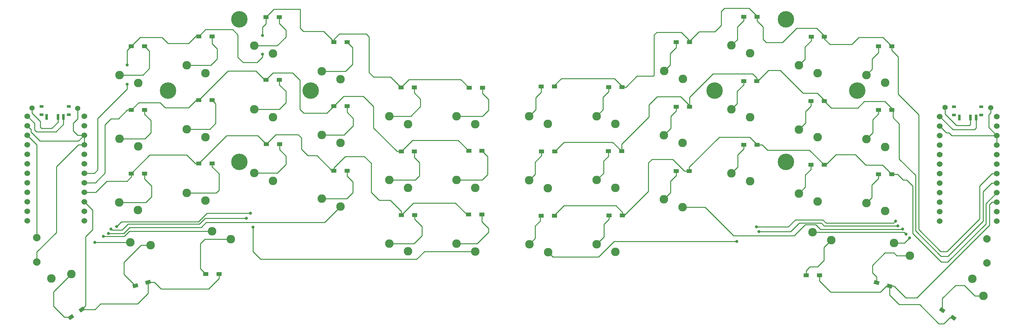
<source format=gbr>
%TF.GenerationSoftware,KiCad,Pcbnew,(6.0.2-0)*%
%TF.CreationDate,2022-05-29T20:11:08-07:00*%
%TF.ProjectId,sweepv2,73776565-7076-4322-9e6b-696361645f70,rev?*%
%TF.SameCoordinates,Original*%
%TF.FileFunction,Copper,L2,Bot*%
%TF.FilePolarity,Positive*%
%FSLAX46Y46*%
G04 Gerber Fmt 4.6, Leading zero omitted, Abs format (unit mm)*
G04 Created by KiCad (PCBNEW (6.0.2-0)) date 2022-05-29 20:11:08*
%MOMM*%
%LPD*%
G01*
G04 APERTURE LIST*
G04 Aperture macros list*
%AMRotRect*
0 Rectangle, with rotation*
0 The origin of the aperture is its center*
0 $1 length*
0 $2 width*
0 $3 Rotation angle, in degrees counterclockwise*
0 Add horizontal line*
21,1,$1,$2,0,0,$3*%
G04 Aperture macros list end*
%TA.AperFunction,ComponentPad*%
%ADD10C,2.282000*%
%TD*%
%TA.AperFunction,ComponentPad*%
%ADD11C,4.400000*%
%TD*%
%TA.AperFunction,SMDPad,CuDef*%
%ADD12RotRect,1.400000X1.000000X215.000000*%
%TD*%
%TA.AperFunction,SMDPad,CuDef*%
%ADD13RotRect,1.400000X1.000000X195.000000*%
%TD*%
%TA.AperFunction,SMDPad,CuDef*%
%ADD14R,1.400000X1.000000*%
%TD*%
%TA.AperFunction,SMDPad,CuDef*%
%ADD15RotRect,1.400000X1.000000X145.000000*%
%TD*%
%TA.AperFunction,SMDPad,CuDef*%
%ADD16RotRect,1.400000X1.000000X165.000000*%
%TD*%
%TA.AperFunction,ComponentPad*%
%ADD17C,1.524000*%
%TD*%
%TA.AperFunction,SMDPad,CuDef*%
%ADD18R,1.000000X0.800000*%
%TD*%
%TA.AperFunction,SMDPad,CuDef*%
%ADD19R,0.700000X1.500000*%
%TD*%
%TA.AperFunction,ComponentPad*%
%ADD20C,2.000000*%
%TD*%
%TA.AperFunction,ComponentPad*%
%ADD21C,1.397000*%
%TD*%
%TA.AperFunction,ViaPad*%
%ADD22C,0.800000*%
%TD*%
%TA.AperFunction,Conductor*%
%ADD23C,0.250000*%
%TD*%
G04 APERTURE END LIST*
D10*
%TO.P,SW5_r1,1,1*%
%TO.N,col3r*%
X84378800Y-33001800D03*
%TO.P,SW5_r1,2,2*%
%TO.N,Net-(SW5_r1-Pad2)*%
X79378800Y-30901800D03*
%TD*%
%TO.P,SW6_r1,1,1*%
%TO.N,col4r*%
X66344800Y-38259600D03*
%TO.P,SW6_r1,2,2*%
%TO.N,Net-(Dr4-Pad2)*%
X61344800Y-36159600D03*
%TD*%
D11*
%TO.P,REF\u002A\u002A,1*%
%TO.N,N/C*%
X240352000Y-42936000D03*
X202252000Y-42936000D03*
X221302000Y-23886000D03*
X221302000Y-61986000D03*
%TD*%
D10*
%TO.P,SW6,1,1*%
%TO.N,col4*%
X229819200Y-38259600D03*
%TO.P,SW6,2,2*%
%TO.N,Net-(D4-Pad2)*%
X224819200Y-36159600D03*
%TD*%
%TO.P,SW22_r1,1,1*%
%TO.N,col5r*%
X25200435Y-93078933D03*
%TO.P,SW22_r1,2,2*%
%TO.N,Net-(Dr20-Pad2)*%
X30500706Y-91931270D03*
%TD*%
%TO.P,SW21_r1,1,1*%
%TO.N,col4r*%
X46250368Y-83455038D03*
%TO.P,SW21_r1,2,2*%
%TO.N,Net-(SW21_r1-Pad2)*%
X51623517Y-84189387D03*
%TD*%
%TO.P,SW20_r1,1,1*%
%TO.N,col3r*%
X68072000Y-80510800D03*
%TO.P,SW20_r1,2,2*%
%TO.N,Net-(Dr18-Pad2)*%
X73072000Y-82610800D03*
%TD*%
%TO.P,SW19_r1,1,1*%
%TO.N,col5r*%
X48310800Y-74861000D03*
%TO.P,SW19_r1,2,2*%
%TO.N,Net-(Dr17-Pad2)*%
X43310800Y-72761000D03*
%TD*%
%TO.P,SW22,1,1*%
%TO.N,col5*%
X271150901Y-93211003D03*
%TO.P,SW22,2,2*%
%TO.N,Net-(D20-Pad2)*%
X274042151Y-97799104D03*
%TD*%
%TO.P,SW19,1,1*%
%TO.N,col5*%
X247827800Y-75064200D03*
%TO.P,SW19,2,2*%
%TO.N,Net-(D17-Pad2)*%
X242827800Y-72964200D03*
%TD*%
%TO.P,SW13,1,1*%
%TO.N,col5*%
X247827800Y-57944600D03*
%TO.P,SW13,2,2*%
%TO.N,Net-(D11-Pad2)*%
X242827800Y-55844600D03*
%TD*%
%TO.P,SW7,1,1*%
%TO.N,col5*%
X247827800Y-40825000D03*
%TO.P,SW7,2,2*%
%TO.N,Net-(D5-Pad2)*%
X242827800Y-38725000D03*
%TD*%
D12*
%TO.P,Dr20,1,K*%
%TO.N,row_3r*%
X33330995Y-101420102D03*
%TO.P,Dr20,2,A*%
%TO.N,Net-(Dr20-Pad2)*%
X30423005Y-103456298D03*
%TD*%
D13*
%TO.P,Dr19,1,K*%
%TO.N,row_3r*%
X51015918Y-94130196D03*
%TO.P,Dr19,2,A*%
%TO.N,Net-(SW21_r1-Pad2)*%
X47586882Y-95049004D03*
%TD*%
D14*
%TO.P,Dr18,1,K*%
%TO.N,row_3r*%
X69948600Y-91948000D03*
%TO.P,Dr18,2,A*%
%TO.N,Net-(Dr18-Pad2)*%
X66398600Y-91948000D03*
%TD*%
%TO.P,Dr17,1,K*%
%TO.N,row_2r*%
X46510400Y-65049400D03*
%TO.P,Dr17,2,A*%
%TO.N,Net-(Dr17-Pad2)*%
X50060400Y-65049400D03*
%TD*%
%TO.P,Dr16,1,K*%
%TO.N,row_2r*%
X64544400Y-62382400D03*
%TO.P,Dr16,2,A*%
%TO.N,Net-(SW18_r1-Pad2)*%
X68094400Y-62382400D03*
%TD*%
%TO.P,Dr15,1,K*%
%TO.N,row_2r*%
X82553000Y-57251600D03*
%TO.P,Dr15,2,A*%
%TO.N,Net-(SW17_r1-Pad2)*%
X86103000Y-57251600D03*
%TD*%
%TO.P,Dr14,1,K*%
%TO.N,row_2r*%
X100587000Y-64287400D03*
%TO.P,Dr14,2,A*%
%TO.N,Net-(SW16_r1-Pad2)*%
X104137000Y-64287400D03*
%TD*%
%TO.P,Dr13,1,K*%
%TO.N,row_2r*%
X118646400Y-76174600D03*
%TO.P,Dr13,2,A*%
%TO.N,Net-(Dr13-Pad2)*%
X122196400Y-76174600D03*
%TD*%
%TO.P,Dr12,1,K*%
%TO.N,row_2r*%
X136578800Y-76047600D03*
%TO.P,Dr12,2,A*%
%TO.N,Net-(Dr12-Pad2)*%
X140128800Y-76047600D03*
%TD*%
%TO.P,Dr11,1,K*%
%TO.N,row_1r*%
X46510400Y-48107600D03*
%TO.P,Dr11,2,A*%
%TO.N,Net-(Dr11-Pad2)*%
X50060400Y-48107600D03*
%TD*%
%TO.P,Dr10,1,K*%
%TO.N,row_1r*%
X64544400Y-45440600D03*
%TO.P,Dr10,2,A*%
%TO.N,Net-(Dr10-Pad2)*%
X68094400Y-45440600D03*
%TD*%
%TO.P,Dr9,1,K*%
%TO.N,row_1r*%
X82476800Y-40030400D03*
%TO.P,Dr9,2,A*%
%TO.N,Net-(SW11_r1-Pad2)*%
X86026800Y-40030400D03*
%TD*%
%TO.P,Dr8,1,K*%
%TO.N,row_1r*%
X100587000Y-47040800D03*
%TO.P,Dr8,2,A*%
%TO.N,Net-(SW10_r1-Pad2)*%
X104137000Y-47040800D03*
%TD*%
%TO.P,Dr7,1,K*%
%TO.N,row_1r*%
X118595600Y-59182000D03*
%TO.P,Dr7,2,A*%
%TO.N,Net-(SW9_r1-Pad2)*%
X122145600Y-59182000D03*
%TD*%
%TO.P,Dr6,1,K*%
%TO.N,row_1r*%
X136629600Y-59029600D03*
%TO.P,Dr6,2,A*%
%TO.N,Net-(SW8_r1-Pad2)*%
X140179600Y-59029600D03*
%TD*%
%TO.P,Dr5,1,K*%
%TO.N,row_0r*%
X46510400Y-31064200D03*
%TO.P,Dr5,2,A*%
%TO.N,Net-(Dr5-Pad2)*%
X50060400Y-31064200D03*
%TD*%
%TO.P,Dr4,1,K*%
%TO.N,row_0r*%
X64544400Y-28397200D03*
%TO.P,Dr4,2,A*%
%TO.N,Net-(Dr4-Pad2)*%
X68094400Y-28397200D03*
%TD*%
%TO.P,Dr3,1,K*%
%TO.N,row_0r*%
X82476800Y-23266400D03*
%TO.P,Dr3,2,A*%
%TO.N,Net-(SW5_r1-Pad2)*%
X86026800Y-23266400D03*
%TD*%
%TO.P,Dr2,1,K*%
%TO.N,row_0r*%
X100587000Y-29972000D03*
%TO.P,Dr2,2,A*%
%TO.N,Net-(Dr2-Pad2)*%
X104137000Y-29972000D03*
%TD*%
%TO.P,Dr1,1,K*%
%TO.N,row_0r*%
X118519400Y-42087800D03*
%TO.P,Dr1,2,A*%
%TO.N,Net-(SW3_r1-Pad2)*%
X122069400Y-42087800D03*
%TD*%
%TO.P,Dr0,1,K*%
%TO.N,row_0r*%
X136731200Y-42138600D03*
%TO.P,Dr0,2,A*%
%TO.N,Net-(Dr0-Pad2)*%
X140281200Y-42138600D03*
%TD*%
D15*
%TO.P,D20,1,K*%
%TO.N,row_3*%
X266020395Y-103583298D03*
%TO.P,D20,2,A*%
%TO.N,Net-(D20-Pad2)*%
X263112405Y-101547102D03*
%TD*%
D16*
%TO.P,D19,1,K*%
%TO.N,row_3*%
X249008918Y-95150604D03*
%TO.P,D19,2,A*%
%TO.N,Net-(D19-Pad2)*%
X245579882Y-94231796D03*
%TD*%
D14*
%TO.P,D18,1,K*%
%TO.N,row_3*%
X230298800Y-92303600D03*
%TO.P,D18,2,A*%
%TO.N,Net-(D18-Pad2)*%
X226748800Y-92303600D03*
%TD*%
%TO.P,D17,2,A*%
%TO.N,Net-(D17-Pad2)*%
X246078200Y-65227200D03*
%TO.P,D17,1,K*%
%TO.N,row_2*%
X249628200Y-65227200D03*
%TD*%
%TO.P,D16,2,A*%
%TO.N,Net-(D16-Pad2)*%
X227993400Y-62738000D03*
%TO.P,D16,1,K*%
%TO.N,row_2*%
X231543400Y-62738000D03*
%TD*%
%TO.P,D15,2,A*%
%TO.N,Net-(D15-Pad2)*%
X210111800Y-57378600D03*
%TO.P,D15,1,K*%
%TO.N,row_2*%
X213661800Y-57378600D03*
%TD*%
%TO.P,D14,2,A*%
%TO.N,Net-(D14-Pad2)*%
X192001600Y-64414400D03*
%TO.P,D14,1,K*%
%TO.N,row_2*%
X195551600Y-64414400D03*
%TD*%
%TO.P,D13,2,A*%
%TO.N,Net-(D13-Pad2)*%
X174120000Y-76301600D03*
%TO.P,D13,1,K*%
%TO.N,row_2*%
X177670000Y-76301600D03*
%TD*%
%TO.P,D12,2,A*%
%TO.N,Net-(D12-Pad2)*%
X156009800Y-76377800D03*
%TO.P,D12,1,K*%
%TO.N,row_2*%
X159559800Y-76377800D03*
%TD*%
%TO.P,D11,2,A*%
%TO.N,Net-(D11-Pad2)*%
X246078200Y-48107600D03*
%TO.P,D11,1,K*%
%TO.N,row_1*%
X249628200Y-48107600D03*
%TD*%
%TO.P,D10,2,A*%
%TO.N,Net-(D10-Pad2)*%
X228018800Y-45669200D03*
%TO.P,D10,1,K*%
%TO.N,row_1*%
X231568800Y-45669200D03*
%TD*%
%TO.P,D9,2,A*%
%TO.N,Net-(D9-Pad2)*%
X210035600Y-40335200D03*
%TO.P,D9,1,K*%
%TO.N,row_1*%
X213585600Y-40335200D03*
%TD*%
%TO.P,D8,2,A*%
%TO.N,Net-(D8-Pad2)*%
X192052400Y-47193200D03*
%TO.P,D8,1,K*%
%TO.N,row_1*%
X195602400Y-47193200D03*
%TD*%
%TO.P,D7,2,A*%
%TO.N,Net-(D7-Pad2)*%
X173891400Y-59105800D03*
%TO.P,D7,1,K*%
%TO.N,row_1*%
X177441400Y-59105800D03*
%TD*%
%TO.P,D6,2,A*%
%TO.N,Net-(D6-Pad2)*%
X156060600Y-59131200D03*
%TO.P,D6,1,K*%
%TO.N,row_1*%
X159610600Y-59131200D03*
%TD*%
%TO.P,D5,2,A*%
%TO.N,Net-(D5-Pad2)*%
X246078200Y-31064200D03*
%TO.P,D5,1,K*%
%TO.N,row_0*%
X249628200Y-31064200D03*
%TD*%
%TO.P,D4,2,A*%
%TO.N,Net-(D4-Pad2)*%
X228069600Y-28549600D03*
%TO.P,D4,1,K*%
%TO.N,row_0*%
X231619600Y-28549600D03*
%TD*%
%TO.P,D3,2,A*%
%TO.N,Net-(D3-Pad2)*%
X210086400Y-23164800D03*
%TO.P,D3,1,K*%
%TO.N,row_0*%
X213636400Y-23164800D03*
%TD*%
%TO.P,D2,2,A*%
%TO.N,Net-(D2-Pad2)*%
X192052400Y-29972000D03*
%TO.P,D2,1,K*%
%TO.N,row_0*%
X195602400Y-29972000D03*
%TD*%
%TO.P,D1,2,A*%
%TO.N,Net-(D1-Pad2)*%
X174043800Y-41960800D03*
%TO.P,D1,1,K*%
%TO.N,row_0*%
X177593800Y-41960800D03*
%TD*%
%TO.P,D0,2,A*%
%TO.N,Net-(D0-Pad2)*%
X156009800Y-41783000D03*
%TO.P,D0,1,K*%
%TO.N,row_0*%
X159559800Y-41783000D03*
%TD*%
D10*
%TO.P,SW21,2,2*%
%TO.N,Net-(D19-Pad2)*%
X254479142Y-86980777D03*
%TO.P,SW21,1,1*%
%TO.N,col4*%
X250193032Y-83658238D03*
%TD*%
%TO.P,SW20,1,1*%
%TO.N,col3*%
X228473000Y-80739400D03*
%TO.P,SW20,2,2*%
%TO.N,Net-(D18-Pad2)*%
X233473000Y-82839400D03*
%TD*%
%TO.P,SW18_r1,1,1*%
%TO.N,col4r*%
X66344800Y-72321000D03*
%TO.P,SW18_r1,2,2*%
%TO.N,Net-(SW18_r1-Pad2)*%
X61344800Y-70221000D03*
%TD*%
%TO.P,SW18,1,1*%
%TO.N,col4*%
X229793800Y-72498800D03*
%TO.P,SW18,2,2*%
%TO.N,Net-(D16-Pad2)*%
X224793800Y-70398800D03*
%TD*%
%TO.P,SW17_r1,1,1*%
%TO.N,col3r*%
X84378800Y-67012400D03*
%TO.P,SW17_r1,2,2*%
%TO.N,Net-(SW17_r1-Pad2)*%
X79378800Y-64912400D03*
%TD*%
%TO.P,SW17,1,1*%
%TO.N,col3*%
X211785200Y-67139400D03*
%TO.P,SW17,2,2*%
%TO.N,Net-(D15-Pad2)*%
X206785200Y-65039400D03*
%TD*%
%TO.P,SW16_r1,1,1*%
%TO.N,col2r*%
X102412800Y-73895800D03*
%TO.P,SW16_r1,2,2*%
%TO.N,Net-(SW16_r1-Pad2)*%
X97412800Y-71795800D03*
%TD*%
%TO.P,SW16,1,1*%
%TO.N,col2*%
X193776600Y-74022800D03*
%TO.P,SW16,2,2*%
%TO.N,Net-(D14-Pad2)*%
X188776600Y-71922800D03*
%TD*%
%TO.P,SW15_r1,1,1*%
%TO.N,col1r*%
X120396000Y-85859200D03*
%TO.P,SW15_r1,2,2*%
%TO.N,Net-(Dr13-Pad2)*%
X115396000Y-83759200D03*
%TD*%
%TO.P,SW15,1,1*%
%TO.N,col1*%
X175818800Y-86037000D03*
%TO.P,SW15,2,2*%
%TO.N,Net-(D13-Pad2)*%
X170818800Y-83937000D03*
%TD*%
%TO.P,SW14_r1,1,1*%
%TO.N,col0r*%
X138379200Y-85884600D03*
%TO.P,SW14_r1,2,2*%
%TO.N,Net-(Dr12-Pad2)*%
X133379200Y-83784600D03*
%TD*%
%TO.P,SW14,1,1*%
%TO.N,col0*%
X157810200Y-86062400D03*
%TO.P,SW14,2,2*%
%TO.N,Net-(D12-Pad2)*%
X152810200Y-83962400D03*
%TD*%
%TO.P,SW13_r1,1,1*%
%TO.N,col5r*%
X48336200Y-57843000D03*
%TO.P,SW13_r1,2,2*%
%TO.N,Net-(Dr11-Pad2)*%
X43336200Y-55743000D03*
%TD*%
%TO.P,SW12_r1,1,1*%
%TO.N,col4r*%
X66344800Y-55328400D03*
%TO.P,SW12_r1,2,2*%
%TO.N,Net-(Dr10-Pad2)*%
X61344800Y-53228400D03*
%TD*%
%TO.P,SW12,1,1*%
%TO.N,col4*%
X229793800Y-55379200D03*
%TO.P,SW12,2,2*%
%TO.N,Net-(D10-Pad2)*%
X224793800Y-53279200D03*
%TD*%
%TO.P,SW11_r1,1,1*%
%TO.N,col3r*%
X84353400Y-50019800D03*
%TO.P,SW11_r1,2,2*%
%TO.N,Net-(SW11_r1-Pad2)*%
X79353400Y-47919800D03*
%TD*%
%TO.P,SW11,2,2*%
%TO.N,Net-(D9-Pad2)*%
X206785200Y-47919800D03*
%TO.P,SW11,1,1*%
%TO.N,col3*%
X211785200Y-50019800D03*
%TD*%
%TO.P,SW10_r1,1,1*%
%TO.N,col2r*%
X102387400Y-56877800D03*
%TO.P,SW10_r1,2,2*%
%TO.N,Net-(SW10_r1-Pad2)*%
X97387400Y-54777800D03*
%TD*%
%TO.P,SW10,2,2*%
%TO.N,Net-(D8-Pad2)*%
X188776600Y-54803200D03*
%TO.P,SW10,1,1*%
%TO.N,col2*%
X193776600Y-56903200D03*
%TD*%
%TO.P,SW9_r1,1,1*%
%TO.N,col1r*%
X120396000Y-68866600D03*
%TO.P,SW9_r1,2,2*%
%TO.N,Net-(SW9_r1-Pad2)*%
X115396000Y-66766600D03*
%TD*%
%TO.P,SW9,1,1*%
%TO.N,col1*%
X175793400Y-68917400D03*
%TO.P,SW9,2,2*%
%TO.N,Net-(D7-Pad2)*%
X170793400Y-66817400D03*
%TD*%
%TO.P,SW8_r1,1,1*%
%TO.N,col0r*%
X138379200Y-68866600D03*
%TO.P,SW8_r1,2,2*%
%TO.N,Net-(SW8_r1-Pad2)*%
X133379200Y-66766600D03*
%TD*%
%TO.P,SW8,1,1*%
%TO.N,col0*%
X157784800Y-68942800D03*
%TO.P,SW8,2,2*%
%TO.N,Net-(D6-Pad2)*%
X152784800Y-66842800D03*
%TD*%
%TO.P,SW7_r1,1,1*%
%TO.N,col5r*%
X48336200Y-40850400D03*
%TO.P,SW7_r1,2,2*%
%TO.N,Net-(Dr5-Pad2)*%
X43336200Y-38750400D03*
%TD*%
%TO.P,SW5,1,1*%
%TO.N,col3*%
X211810600Y-32925600D03*
%TO.P,SW5,2,2*%
%TO.N,Net-(D3-Pad2)*%
X206810600Y-30825600D03*
%TD*%
%TO.P,SW4_r1,1,1*%
%TO.N,col2r*%
X102387400Y-39834400D03*
%TO.P,SW4_r1,2,2*%
%TO.N,Net-(Dr2-Pad2)*%
X97387400Y-37734400D03*
%TD*%
%TO.P,SW4,2,2*%
%TO.N,Net-(D2-Pad2)*%
X188802000Y-37683600D03*
%TO.P,SW4,1,1*%
%TO.N,col2*%
X193802000Y-39783600D03*
%TD*%
%TO.P,SW3_r1,1,1*%
%TO.N,col1r*%
X120396000Y-51874000D03*
%TO.P,SW3_r1,2,2*%
%TO.N,Net-(SW3_r1-Pad2)*%
X115396000Y-49774000D03*
%TD*%
%TO.P,SW3,1,1*%
%TO.N,col1*%
X175793400Y-51823200D03*
%TO.P,SW3,2,2*%
%TO.N,Net-(D1-Pad2)*%
X170793400Y-49723200D03*
%TD*%
%TO.P,SW2_r1,1,1*%
%TO.N,col0r*%
X138404600Y-51874000D03*
%TO.P,SW2_r1,2,2*%
%TO.N,Net-(Dr0-Pad2)*%
X133404600Y-49774000D03*
%TD*%
%TO.P,SW2,1,1*%
%TO.N,col0*%
X157784800Y-51823200D03*
%TO.P,SW2,2,2*%
%TO.N,Net-(D0-Pad2)*%
X152784800Y-49723200D03*
%TD*%
D17*
%TO.P,U1,1,TX*%
%TO.N,unconnected-(U1-Pad1)*%
X277659800Y-49850000D03*
%TO.P,U1,2,RX*%
%TO.N,unconnected-(U1-Pad2)*%
X277659800Y-52390000D03*
%TO.P,U1,3,GND*%
%TO.N,gnd*%
X277659800Y-54930000D03*
%TO.P,U1,4,GND*%
X277659800Y-57470000D03*
%TO.P,U1,5,SDA*%
%TO.N,unconnected-(U1-Pad5)*%
X277659800Y-60010000D03*
%TO.P,U1,6,SCL*%
%TO.N,unconnected-(U1-Pad6)*%
X277659800Y-62550000D03*
%TO.P,U1,7,D4*%
%TO.N,row_0*%
X277659800Y-65090000D03*
%TO.P,U1,8,C6*%
%TO.N,row_1*%
X277659800Y-67630000D03*
%TO.P,U1,9,D7*%
%TO.N,row_2*%
X277659800Y-70170000D03*
%TO.P,U1,10,E6*%
%TO.N,row_3*%
X277659800Y-72710000D03*
%TO.P,U1,11,B4*%
%TO.N,unconnected-(U1-Pad11)*%
X277659800Y-75250000D03*
%TO.P,U1,12,B5*%
%TO.N,unconnected-(U1-Pad12)*%
X277659800Y-77790000D03*
%TO.P,U1,13,B6*%
%TO.N,unconnected-(U1-Pad13)*%
X262439800Y-77790000D03*
%TO.P,U1,14,B2*%
%TO.N,unconnected-(U1-Pad14)*%
X262439800Y-75250000D03*
%TO.P,U1,15,B3*%
%TO.N,col5*%
X262439800Y-72710000D03*
%TO.P,U1,16,B1*%
%TO.N,col4*%
X262439800Y-70170000D03*
%TO.P,U1,17,F7*%
%TO.N,col3*%
X262439800Y-67630000D03*
%TO.P,U1,18,F6*%
%TO.N,col2*%
X262439800Y-65090000D03*
%TO.P,U1,19,F5*%
%TO.N,col1*%
X262439800Y-62550000D03*
%TO.P,U1,20,F4*%
%TO.N,col0*%
X262439800Y-60010000D03*
%TO.P,U1,21,VCC*%
%TO.N,vcc*%
X262439800Y-57470000D03*
%TO.P,U1,22,RST*%
%TO.N,reset*%
X262439800Y-54930000D03*
%TO.P,U1,23,GND*%
%TO.N,gnd*%
X262439800Y-52390000D03*
%TO.P,U1,24,RAW*%
%TO.N,raw*%
X262439800Y-49850000D03*
%TD*%
%TO.P,U2,1,TX*%
%TO.N,unconnected-(U2-Pad1)*%
X33942000Y-49722800D03*
%TO.P,U2,2,RX*%
%TO.N,unconnected-(U2-Pad2)*%
X33942000Y-52262800D03*
%TO.P,U2,3,GND*%
%TO.N,gnd_r*%
X33942000Y-54802800D03*
%TO.P,U2,4,GND*%
X33942000Y-57342800D03*
%TO.P,U2,5,SDA*%
%TO.N,unconnected-(U2-Pad5)*%
X33942000Y-59882800D03*
%TO.P,U2,6,SCL*%
%TO.N,unconnected-(U2-Pad6)*%
X33942000Y-62422800D03*
%TO.P,U2,7,D4*%
%TO.N,row_0r*%
X33942000Y-64962800D03*
%TO.P,U2,8,C6*%
%TO.N,row_1r*%
X33942000Y-67502800D03*
%TO.P,U2,9,D7*%
%TO.N,row_2r*%
X33942000Y-70042800D03*
%TO.P,U2,10,E6*%
%TO.N,row_3r*%
X33942000Y-72582800D03*
%TO.P,U2,11,B4*%
%TO.N,unconnected-(U2-Pad11)*%
X33942000Y-75122800D03*
%TO.P,U2,12,B5*%
%TO.N,unconnected-(U2-Pad12)*%
X33942000Y-77662800D03*
%TO.P,U2,13,B6*%
%TO.N,unconnected-(U2-Pad13)*%
X18722000Y-77662800D03*
%TO.P,U2,14,B2*%
%TO.N,unconnected-(U2-Pad14)*%
X18722000Y-75122800D03*
%TO.P,U2,15,B3*%
%TO.N,col5r*%
X18722000Y-72582800D03*
%TO.P,U2,16,B1*%
%TO.N,col4r*%
X18722000Y-70042800D03*
%TO.P,U2,17,F7*%
%TO.N,col3r*%
X18722000Y-67502800D03*
%TO.P,U2,18,F6*%
%TO.N,col2r*%
X18722000Y-64962800D03*
%TO.P,U2,19,F5*%
%TO.N,col1r*%
X18722000Y-62422800D03*
%TO.P,U2,20,F4*%
%TO.N,col0r*%
X18722000Y-59882800D03*
%TO.P,U2,21,VCC*%
%TO.N,vcc_r*%
X18722000Y-57342800D03*
%TO.P,U2,22,RST*%
%TO.N,reset_r*%
X18722000Y-54802800D03*
%TO.P,U2,23,GND*%
%TO.N,gnd_r*%
X18722000Y-52262800D03*
%TO.P,U2,24,RAW*%
%TO.N,raw_r*%
X18722000Y-49722800D03*
%TD*%
D18*
%TO.P,SW_POWERR1,*%
%TO.N,*%
X29812000Y-49311800D03*
X22512000Y-47101800D03*
X29812000Y-47101800D03*
X22512000Y-49311800D03*
D19*
%TO.P,SW_POWERR1,1,A*%
%TO.N,unconnected-(SW_POWERR1-Pad1)*%
X23912000Y-49961800D03*
%TO.P,SW_POWERR1,2,B*%
%TO.N,BT+_r*%
X26912000Y-49961800D03*
%TO.P,SW_POWERR1,3,C*%
%TO.N,raw_r*%
X28412000Y-49961800D03*
%TD*%
D18*
%TO.P,SW_POWER1,*%
%TO.N,*%
X273525000Y-49438800D03*
X266225000Y-47228800D03*
X273525000Y-47228800D03*
X266225000Y-49438800D03*
D19*
%TO.P,SW_POWER1,1,A*%
%TO.N,unconnected-(SW_POWER1-Pad1)*%
X267625000Y-50088800D03*
%TO.P,SW_POWER1,2,B*%
%TO.N,BT+*%
X270625000Y-50088800D03*
%TO.P,SW_POWER1,3,C*%
%TO.N,raw*%
X272125000Y-50088800D03*
%TD*%
D20*
%TO.P,RSW2,1,1*%
%TO.N,gnd_r*%
X21285200Y-88721000D03*
%TO.P,RSW2,2,2*%
%TO.N,reset_r*%
X21285200Y-82221000D03*
%TD*%
%TO.P,RSW1,1,1*%
%TO.N,gnd*%
X275031200Y-82500400D03*
%TO.P,RSW1,2,2*%
%TO.N,reset*%
X275031200Y-89000400D03*
%TD*%
D21*
%TO.P,BatGND4,1,1*%
%TO.N,gnd_r*%
X32207200Y-47625000D03*
%TD*%
%TO.P,BatGND1,1,1*%
%TO.N,gnd*%
X275996400Y-47447200D03*
%TD*%
%TO.P,Bat+r1,1,1*%
%TO.N,BT+_r*%
X20040600Y-47574200D03*
%TD*%
%TO.P,Bat+1,1,1*%
%TO.N,BT+*%
X263855200Y-47396400D03*
%TD*%
D11*
%TO.P,REF\u002A\u002A,1*%
%TO.N,N/C*%
X94407400Y-42878400D03*
X56307400Y-42878400D03*
X75357400Y-61928400D03*
X75357400Y-23828400D03*
%TD*%
D22*
%TO.N,col1*%
X251231400Y-79070200D03*
%TO.N,col0*%
X250596400Y-77749400D03*
X213436200Y-79349600D03*
%TO.N,col1*%
X214172800Y-80568800D03*
%TO.N,col0*%
X208178400Y-83185000D03*
%TO.N,col2*%
X252526800Y-79933800D03*
%TO.N,col3*%
X253390400Y-81254600D03*
%TO.N,col4*%
X254381000Y-82296000D03*
%TO.N,col0r*%
X42595800Y-79222600D03*
X78308200Y-75641200D03*
X79044800Y-79425800D03*
%TO.N,col1r*%
X41122600Y-79883000D03*
X77241400Y-77038200D03*
%TO.N,col2r*%
X40411400Y-81051400D03*
%TO.N,col3r*%
X39039800Y-81889600D03*
%TO.N,col4r*%
X36779200Y-83464400D03*
%TO.N,row_0r*%
X45389800Y-41173400D03*
X45389800Y-36042600D03*
X81534000Y-33172400D03*
X81534000Y-28168600D03*
%TD*%
D23*
%TO.N,gnd_r*%
X18722000Y-52262800D02*
X19735800Y-53276600D01*
X32382200Y-56362600D02*
X33942000Y-54802800D01*
X19735800Y-53276600D02*
X19735800Y-54000400D01*
X19735800Y-54000400D02*
X22098000Y-56362600D01*
X22098000Y-56362600D02*
X32382200Y-56362600D01*
%TO.N,col0*%
X250012200Y-78333600D02*
X250596400Y-77749400D01*
X221919800Y-79349600D02*
X223850200Y-77419200D01*
X213436200Y-79349600D02*
X221919800Y-79349600D01*
X223850200Y-77419200D02*
X231190800Y-77419200D01*
X232105200Y-78333600D02*
X250012200Y-78333600D01*
X231190800Y-77419200D02*
X232105200Y-78333600D01*
%TO.N,col1*%
X230784400Y-78333600D02*
X231521000Y-79070200D01*
X231521000Y-79070200D02*
X251231400Y-79070200D01*
X222631000Y-80568800D02*
X222681800Y-80518000D01*
X230715880Y-78265080D02*
X230784400Y-78333600D01*
X224934720Y-78265080D02*
X230715880Y-78265080D01*
X214172800Y-80568800D02*
X222631000Y-80568800D01*
X222681800Y-80518000D02*
X224934720Y-78265080D01*
%TO.N,col0*%
X159073000Y-87325200D02*
X170916600Y-87325200D01*
X175463200Y-83185000D02*
X208178400Y-83185000D01*
X157810200Y-86062400D02*
X159073000Y-87325200D01*
X170916600Y-87325200D02*
X171323000Y-87325200D01*
X171323000Y-87325200D02*
X175463200Y-83185000D01*
%TO.N,gnd*%
X264202600Y-54152800D02*
X264820400Y-54152800D01*
X262439800Y-52390000D02*
X264202600Y-54152800D01*
X264820400Y-54152800D02*
X265597600Y-54930000D01*
X265597600Y-54930000D02*
X277659800Y-54930000D01*
%TO.N,col2*%
X230581200Y-80010000D02*
X252450600Y-80010000D01*
X252450600Y-80010000D02*
X252526800Y-79933800D01*
X226466400Y-78714600D02*
X229285800Y-78714600D01*
X229285800Y-78714600D02*
X230581200Y-80010000D01*
%TO.N,row_2*%
X249628200Y-65227200D02*
X251123808Y-65227200D01*
X255193800Y-68376800D02*
X255193800Y-81076800D01*
X264541000Y-88696800D02*
X274726400Y-78511400D01*
X251123808Y-65227200D02*
X252673208Y-66776600D01*
X252673208Y-66776600D02*
X253593600Y-66776600D01*
X262813800Y-88696800D02*
X264541000Y-88696800D01*
X274726400Y-78511400D02*
X274726400Y-73103400D01*
X253593600Y-66776600D02*
X255193800Y-68376800D01*
X255193800Y-81076800D02*
X262813800Y-88696800D01*
X274726400Y-73103400D02*
X277659800Y-70170000D01*
%TO.N,col2*%
X199727400Y-74022800D02*
X207365600Y-81661000D01*
X193776600Y-74022800D02*
X199727400Y-74022800D01*
X223520000Y-81661000D02*
X226466400Y-78714600D01*
X207365600Y-81661000D02*
X223520000Y-81661000D01*
%TO.N,col3*%
X252875200Y-80739400D02*
X253390400Y-81254600D01*
X228473000Y-80739400D02*
X252875200Y-80739400D01*
%TO.N,col4*%
X253018762Y-83658238D02*
X254381000Y-82296000D01*
X250193032Y-83658238D02*
X253018762Y-83658238D01*
%TO.N,row_0*%
X249628200Y-31064200D02*
X249628200Y-32178800D01*
X249628200Y-32178800D02*
X251282200Y-33832800D01*
X251282200Y-33832800D02*
X251282200Y-43865800D01*
X276387600Y-65090000D02*
X277659800Y-65090000D01*
X251282200Y-43865800D02*
X256794000Y-49377600D01*
X256794000Y-79984600D02*
X262686800Y-85877400D01*
X256794000Y-49377600D02*
X256794000Y-79984600D01*
X273050000Y-68427600D02*
X276387600Y-65090000D01*
X262686800Y-85877400D02*
X264363200Y-85877400D01*
X264363200Y-85877400D02*
X273050000Y-77190600D01*
X273050000Y-77190600D02*
X273050000Y-68427600D01*
%TO.N,row_1*%
X249628200Y-48107600D02*
X249916821Y-48396221D01*
X249916821Y-48396221D02*
X249916821Y-50120421D01*
X249916821Y-50120421D02*
X251587000Y-51790600D01*
X274040600Y-69900800D02*
X276311400Y-67630000D01*
X251587000Y-51790600D02*
X251587000Y-61188600D01*
X251587000Y-61188600D02*
X255930400Y-65532000D01*
X255930400Y-65532000D02*
X255930400Y-80340200D01*
X255930400Y-80340200D02*
X262763000Y-87172800D01*
X262763000Y-87172800D02*
X264642600Y-87172800D01*
X274040600Y-77774800D02*
X274040600Y-69900800D01*
X264642600Y-87172800D02*
X274040600Y-77774800D01*
X276311400Y-67630000D02*
X277659800Y-67630000D01*
%TO.N,row_3*%
X249008918Y-95150604D02*
X250243004Y-95150604D01*
X253365000Y-98272600D02*
X256286000Y-98272600D01*
X276387600Y-72710000D02*
X277659800Y-72710000D01*
X250243004Y-95150604D02*
X253365000Y-98272600D01*
X256286000Y-98272600D02*
X275691600Y-78867000D01*
X275691600Y-78867000D02*
X275691600Y-73406000D01*
X275691600Y-73406000D02*
X276387600Y-72710000D01*
%TO.N,BT+*%
X263855200Y-47396400D02*
X263855200Y-49199800D01*
X263855200Y-49199800D02*
X266852400Y-52197000D01*
X270357600Y-52197000D02*
X270625000Y-51929600D01*
X266852400Y-52197000D02*
X270357600Y-52197000D01*
X270625000Y-51929600D02*
X270625000Y-50088800D01*
%TO.N,raw*%
X262439800Y-49850000D02*
X265929800Y-53340000D01*
X265929800Y-53340000D02*
X271729200Y-53340000D01*
X271729200Y-53340000D02*
X272135600Y-52933600D01*
X272135600Y-52933600D02*
X272125000Y-52923000D01*
X272125000Y-52923000D02*
X272125000Y-50088800D01*
%TO.N,gnd*%
X277659800Y-54930000D02*
X277659800Y-57470000D01*
X275996400Y-48793400D02*
X275488400Y-49301400D01*
X275996400Y-47447200D02*
X275996400Y-48793400D01*
X275488400Y-49301400D02*
X275488400Y-52758600D01*
X275488400Y-52758600D02*
X277659800Y-54930000D01*
%TO.N,col0r*%
X43840400Y-77978000D02*
X42595800Y-79222600D01*
X64439800Y-77978000D02*
X43840400Y-77978000D01*
X78308200Y-75641200D02*
X66776600Y-75641200D01*
X66776600Y-75641200D02*
X64439800Y-77978000D01*
X79044800Y-85953600D02*
X79044800Y-79425800D01*
X124808400Y-85884600D02*
X122732800Y-87960200D01*
X138379200Y-85884600D02*
X124808400Y-85884600D01*
X122732800Y-87960200D02*
X81051400Y-87960200D01*
X81051400Y-87960200D02*
X79044800Y-85953600D01*
%TO.N,col1r*%
X41402000Y-80162400D02*
X41122600Y-79883000D01*
X66243200Y-77038200D02*
X64693800Y-78587600D01*
X77241400Y-77038200D02*
X66243200Y-77038200D01*
X44043600Y-80162400D02*
X41402000Y-80162400D01*
X64693800Y-78587600D02*
X45618400Y-78587600D01*
X45618400Y-78587600D02*
X44043600Y-80162400D01*
%TO.N,gnd_r*%
X21285200Y-88721000D02*
X21285200Y-86004400D01*
X21285200Y-86004400D02*
X26492200Y-80797400D01*
X26492200Y-80797400D02*
X26492200Y-63246000D01*
X26492200Y-63246000D02*
X32395400Y-57342800D01*
X32395400Y-57342800D02*
X33942000Y-57342800D01*
%TO.N,reset_r*%
X21285200Y-82221000D02*
X21285200Y-57366000D01*
X21285200Y-57366000D02*
X18722000Y-54802800D01*
%TO.N,gnd_r*%
X33942000Y-54802800D02*
X33942000Y-57342800D01*
%TO.N,BT+_r*%
X20040600Y-47574200D02*
X20040600Y-48945800D01*
X20040600Y-48945800D02*
X22199600Y-51104800D01*
X22199600Y-51104800D02*
X22199600Y-52679600D01*
X25247600Y-53009800D02*
X26912000Y-51345400D01*
X22199600Y-52679600D02*
X22529800Y-53009800D01*
X22529800Y-53009800D02*
X25247600Y-53009800D01*
X26912000Y-51345400D02*
X26912000Y-49961800D01*
%TO.N,raw_r*%
X18722000Y-49722800D02*
X20650200Y-51651000D01*
X20650200Y-51651000D02*
X20650200Y-53365400D01*
X20650200Y-53365400D02*
X21183600Y-53898800D01*
X21183600Y-53898800D02*
X26416000Y-53898800D01*
X26416000Y-53898800D02*
X28412000Y-51902800D01*
X28412000Y-51902800D02*
X28412000Y-49961800D01*
%TO.N,gnd_r*%
X30988000Y-53619400D02*
X32207200Y-54838600D01*
X30988000Y-51638200D02*
X30988000Y-53619400D01*
X32207200Y-47625000D02*
X32207200Y-50419000D01*
X32207200Y-50419000D02*
X30988000Y-51638200D01*
X32207200Y-54838600D02*
X32243000Y-54802800D01*
X32243000Y-54802800D02*
X33942000Y-54802800D01*
%TO.N,col2r*%
X98178200Y-78130400D02*
X97332800Y-78130400D01*
X46050200Y-79476600D02*
X44526200Y-81000600D01*
X65354200Y-79298800D02*
X65176400Y-79476600D01*
X102412800Y-73895800D02*
X98178200Y-78130400D01*
X44475400Y-81051400D02*
X40411400Y-81051400D01*
X66522600Y-78130400D02*
X65354200Y-79298800D01*
X65176400Y-79476600D02*
X46634400Y-79476600D01*
X44526200Y-81000600D02*
X44475400Y-81051400D01*
X97332800Y-78130400D02*
X66522600Y-78130400D01*
X46634400Y-79476600D02*
X46050200Y-79476600D01*
%TO.N,col3r*%
X39039800Y-81889600D02*
X44627800Y-81889600D01*
X46006600Y-80510800D02*
X68072000Y-80510800D01*
X44627800Y-81889600D02*
X46006600Y-80510800D01*
%TO.N,col4r*%
X36779200Y-83464400D02*
X36788562Y-83455038D01*
X36788562Y-83455038D02*
X46250368Y-83455038D01*
%TO.N,Net-(SW10_r1-Pad2)*%
X104137000Y-47040800D02*
X104137000Y-48663400D01*
X104137000Y-48663400D02*
X105791000Y-50317400D01*
X105791000Y-50317400D02*
X105791000Y-52298600D01*
X105791000Y-52298600D02*
X103311800Y-54777800D01*
X103311800Y-54777800D02*
X97387400Y-54777800D01*
%TO.N,row_1r*%
X118595600Y-59182000D02*
X117525800Y-59182000D01*
X117525800Y-59182000D02*
X111226600Y-52882800D01*
X111226600Y-47142400D02*
X108483400Y-44399200D01*
X111226600Y-52882800D02*
X111226600Y-47142400D01*
X108483400Y-44399200D02*
X103228600Y-44399200D01*
X103228600Y-44399200D02*
X100587000Y-47040800D01*
%TO.N,row_0r*%
X45389800Y-41173400D02*
X45389800Y-42494200D01*
X45389800Y-42494200D02*
X37566600Y-50317400D01*
X37566600Y-64084200D02*
X36688000Y-64962800D01*
X37566600Y-50317400D02*
X37566600Y-64084200D01*
X36688000Y-64962800D02*
X33942000Y-64962800D01*
X46510400Y-31064200D02*
X45389800Y-32184800D01*
X45389800Y-32184800D02*
X45389800Y-36042600D01*
%TO.N,row_1r*%
X46510400Y-48107600D02*
X45415200Y-48107600D01*
X45415200Y-48107600D02*
X43103800Y-50419000D01*
X43103800Y-50419000D02*
X41097200Y-50419000D01*
X41097200Y-50419000D02*
X39471600Y-52044600D01*
X39471600Y-52044600D02*
X39471600Y-64922400D01*
X36891200Y-67502800D02*
X33942000Y-67502800D01*
X39471600Y-64922400D02*
X36891200Y-67502800D01*
%TO.N,row_2r*%
X45364400Y-67106800D02*
X39979600Y-67106800D01*
X46510400Y-65049400D02*
X46510400Y-65960800D01*
X39979600Y-67106800D02*
X37043600Y-70042800D01*
X46510400Y-65960800D02*
X45364400Y-67106800D01*
X37043600Y-70042800D02*
X33942000Y-70042800D01*
%TO.N,row_3r*%
X34315293Y-81915107D02*
X36169600Y-80060800D01*
X36169600Y-80060800D02*
X36169600Y-74810400D01*
X34315293Y-100435804D02*
X34315293Y-81915107D01*
X33330995Y-101420102D02*
X34315293Y-100435804D01*
X36169600Y-74810400D02*
X33942000Y-72582800D01*
%TO.N,Net-(Dr18-Pad2)*%
X64973200Y-90522600D02*
X64973200Y-83820000D01*
X66398600Y-91948000D02*
X64973200Y-90522600D01*
X64973200Y-83820000D02*
X66182400Y-82610800D01*
X66182400Y-82610800D02*
X73072000Y-82610800D01*
%TO.N,Net-(SW21_r1-Pad2)*%
X44551600Y-92013722D02*
X44551600Y-88798400D01*
X49160613Y-84189387D02*
X51623517Y-84189387D01*
X47586882Y-95049004D02*
X44551600Y-92013722D01*
X44551600Y-88798400D02*
X49160613Y-84189387D01*
%TO.N,Net-(Dr20-Pad2)*%
X30423005Y-103456298D02*
X28627898Y-103456298D01*
X25730200Y-96647000D02*
X25784976Y-96647000D01*
X28627898Y-103456298D02*
X25730200Y-100558600D01*
X25730200Y-100558600D02*
X25730200Y-96647000D01*
X25784976Y-96647000D02*
X30500706Y-91931270D01*
%TO.N,row_3r*%
X51015918Y-94130196D02*
X51015918Y-97116882D01*
X51015918Y-97116882D02*
X48209200Y-99923600D01*
X36806698Y-101420102D02*
X33330995Y-101420102D01*
X48209200Y-99923600D02*
X38303200Y-99923600D01*
X38303200Y-99923600D02*
X36806698Y-101420102D01*
X69948600Y-91948000D02*
X69948600Y-93094000D01*
X69948600Y-93094000D02*
X67132200Y-95910400D01*
X67132200Y-95910400D02*
X54432200Y-95910400D01*
X54432200Y-95910400D02*
X52651996Y-94130196D01*
X52651996Y-94130196D02*
X51015918Y-94130196D01*
%TO.N,Net-(Dr17-Pad2)*%
X50060400Y-65049400D02*
X50060400Y-66545000D01*
X50060400Y-66545000D02*
X51892200Y-68376800D01*
X50403600Y-72761000D02*
X43310800Y-72761000D01*
X51892200Y-68376800D02*
X51892200Y-71272400D01*
X51892200Y-71272400D02*
X50403600Y-72761000D01*
%TO.N,row_2r*%
X63601600Y-62382400D02*
X61341000Y-60121800D01*
X61341000Y-60121800D02*
X51438000Y-60121800D01*
X64544400Y-62382400D02*
X63601600Y-62382400D01*
X51438000Y-60121800D02*
X46510400Y-65049400D01*
%TO.N,Net-(SW18_r1-Pad2)*%
X68094400Y-62382400D02*
X68094400Y-63268400D01*
X68094400Y-63268400D02*
X69926200Y-65100200D01*
X69926200Y-65100200D02*
X69926200Y-69494400D01*
X69926200Y-69494400D02*
X69199600Y-70221000D01*
X69199600Y-70221000D02*
X61344800Y-70221000D01*
%TO.N,row_2r*%
X82553000Y-57251600D02*
X80241600Y-54940200D01*
X71986600Y-54940200D02*
X64544400Y-62382400D01*
X80241600Y-54940200D02*
X71986600Y-54940200D01*
%TO.N,Net-(SW17_r1-Pad2)*%
X86103000Y-57251600D02*
X86103000Y-58671000D01*
X86103000Y-58671000D02*
X87833200Y-60401200D01*
X87833200Y-60401200D02*
X87833200Y-62636400D01*
X85557200Y-64912400D02*
X79378800Y-64912400D01*
X87833200Y-62636400D02*
X85557200Y-64912400D01*
%TO.N,row_2r*%
X100587000Y-64287400D02*
X100126800Y-64287400D01*
X93649800Y-60248800D02*
X91948000Y-58547000D01*
X100126800Y-64287400D02*
X96088200Y-60248800D01*
X96088200Y-60248800D02*
X93649800Y-60248800D01*
X91948000Y-58547000D02*
X91948000Y-55549800D01*
X91948000Y-55549800D02*
X91059000Y-54660800D01*
X91059000Y-54660800D02*
X85143800Y-54660800D01*
X85143800Y-54660800D02*
X82553000Y-57251600D01*
%TO.N,Net-(SW16_r1-Pad2)*%
X104137000Y-64287400D02*
X104137000Y-65732200D01*
X104137000Y-65732200D02*
X105689400Y-67284600D01*
X105689400Y-67284600D02*
X105689400Y-70154800D01*
X105689400Y-70154800D02*
X104048400Y-71795800D01*
X104048400Y-71795800D02*
X97412800Y-71795800D01*
%TO.N,row_2r*%
X118646400Y-76174600D02*
X118646400Y-75161600D01*
X118646400Y-75161600D02*
X115671600Y-72186800D01*
X110566200Y-62280800D02*
X108762800Y-60477400D01*
X115671600Y-72186800D02*
X112674400Y-72186800D01*
X112674400Y-72186800D02*
X110566200Y-70078600D01*
X110566200Y-70078600D02*
X110566200Y-62280800D01*
X108762800Y-60477400D02*
X103657400Y-60477400D01*
X103657400Y-60477400D02*
X100587000Y-63547800D01*
X100587000Y-63547800D02*
X100587000Y-64287400D01*
%TO.N,Net-(Dr13-Pad2)*%
X122196400Y-76174600D02*
X122196400Y-77289200D01*
X124104400Y-79197200D02*
X124104400Y-81686400D01*
X122196400Y-77289200D02*
X124104400Y-79197200D01*
X124104400Y-81686400D02*
X122031600Y-83759200D01*
X122031600Y-83759200D02*
X115396000Y-83759200D01*
%TO.N,row_2r*%
X136144000Y-76047600D02*
X133045200Y-72948800D01*
X136578800Y-76047600D02*
X136144000Y-76047600D01*
X133045200Y-72948800D02*
X121872200Y-72948800D01*
X121872200Y-72948800D02*
X118646400Y-76174600D01*
%TO.N,Net-(Dr12-Pad2)*%
X140128800Y-76047600D02*
X140128800Y-77924200D01*
X141960600Y-80721200D02*
X138897200Y-83784600D01*
X140128800Y-77924200D02*
X141960600Y-79756000D01*
X141960600Y-79756000D02*
X141960600Y-80721200D01*
X138897200Y-83784600D02*
X133379200Y-83784600D01*
%TO.N,Net-(Dr11-Pad2)*%
X50060400Y-48107600D02*
X50060400Y-49247600D01*
X50060400Y-49247600D02*
X51714400Y-50901600D01*
X51714400Y-50901600D02*
X51714400Y-54152800D01*
X51714400Y-54152800D02*
X50124200Y-55743000D01*
X50124200Y-55743000D02*
X43336200Y-55743000D01*
%TO.N,row_1r*%
X61798200Y-47472600D02*
X55549800Y-47472600D01*
X64544400Y-45440600D02*
X63830200Y-45440600D01*
X48517000Y-46101000D02*
X46510400Y-48107600D01*
X55549800Y-47472600D02*
X54178200Y-46101000D01*
X63830200Y-45440600D02*
X61798200Y-47472600D01*
X54178200Y-46101000D02*
X48517000Y-46101000D01*
%TO.N,Net-(Dr10-Pad2)*%
X69037200Y-46383400D02*
X69037200Y-51663600D01*
X68094400Y-45440600D02*
X69037200Y-46383400D01*
X69037200Y-51663600D02*
X67472400Y-53228400D01*
X67472400Y-53228400D02*
X61344800Y-53228400D01*
%TO.N,row_1r*%
X82118200Y-40030400D02*
X79781400Y-37693600D01*
X82476800Y-40030400D02*
X82118200Y-40030400D01*
X79781400Y-37693600D02*
X72291400Y-37693600D01*
X72291400Y-37693600D02*
X64544400Y-45440600D01*
%TO.N,Net-(SW11_r1-Pad2)*%
X86026800Y-40030400D02*
X86026800Y-41348200D01*
X86026800Y-41348200D02*
X87782400Y-43103800D01*
X87782400Y-46151800D02*
X86014400Y-47919800D01*
X87782400Y-43103800D02*
X87782400Y-46151800D01*
X86014400Y-47919800D02*
X79353400Y-47919800D01*
%TO.N,row_1r*%
X100587000Y-47040800D02*
X98707400Y-48920400D01*
X98707400Y-48920400D02*
X92557600Y-48920400D01*
X92557600Y-48920400D02*
X91567000Y-47929800D01*
X91567000Y-47929800D02*
X91567000Y-40132000D01*
X91567000Y-40132000D02*
X89560400Y-38125400D01*
X84381800Y-38125400D02*
X82476800Y-40030400D01*
X89560400Y-38125400D02*
X84381800Y-38125400D01*
%TO.N,Net-(SW9_r1-Pad2)*%
X122145600Y-59182000D02*
X122145600Y-60753800D01*
X123494800Y-62103000D02*
X123494800Y-65659000D01*
X123494800Y-65659000D02*
X122377200Y-66776600D01*
X122145600Y-60753800D02*
X123494800Y-62103000D01*
X122377200Y-66776600D02*
X122367200Y-66766600D01*
X122367200Y-66766600D02*
X115396000Y-66766600D01*
%TO.N,row_1r*%
X136629600Y-59029600D02*
X133759400Y-56159400D01*
X121618200Y-56159400D02*
X118595600Y-59182000D01*
X133759400Y-56159400D02*
X121618200Y-56159400D01*
%TO.N,Net-(SW8_r1-Pad2)*%
X141681200Y-60531200D02*
X141681200Y-65328800D01*
X140179600Y-59029600D02*
X141681200Y-60531200D01*
X141681200Y-65328800D02*
X140243400Y-66766600D01*
X140243400Y-66766600D02*
X133379200Y-66766600D01*
%TO.N,Net-(Dr5-Pad2)*%
X51333400Y-32337200D02*
X51333400Y-37007800D01*
X50060400Y-31064200D02*
X51333400Y-32337200D01*
X51333400Y-37007800D02*
X49590800Y-38750400D01*
X49590800Y-38750400D02*
X43336200Y-38750400D01*
%TO.N,row_0r*%
X61798200Y-30302200D02*
X56311800Y-30302200D01*
X64544400Y-28397200D02*
X63703200Y-28397200D01*
X63703200Y-28397200D02*
X61798200Y-30302200D01*
X56311800Y-30302200D02*
X54711600Y-28702000D01*
X54711600Y-28702000D02*
X48872600Y-28702000D01*
X48872600Y-28702000D02*
X46510400Y-31064200D01*
%TO.N,Net-(Dr4-Pad2)*%
X68094400Y-28397200D02*
X68094400Y-30400800D01*
X68094400Y-30400800D02*
X69418200Y-31724600D01*
X67726400Y-36159600D02*
X61344800Y-36159600D01*
X69418200Y-31724600D02*
X69418200Y-34467800D01*
X69418200Y-34467800D02*
X67726400Y-36159600D01*
%TO.N,row_0r*%
X81534000Y-33172400D02*
X81534000Y-33959800D01*
X73558400Y-26593800D02*
X66347800Y-26593800D01*
X81534000Y-33959800D02*
X80086200Y-35407600D01*
X80086200Y-35407600D02*
X76352400Y-35407600D01*
X76352400Y-35407600D02*
X74955400Y-34010600D01*
X74955400Y-34010600D02*
X74955400Y-28041600D01*
X74955400Y-28041600D02*
X74980800Y-28016200D01*
X74980800Y-28016200D02*
X73558400Y-26593800D01*
X66347800Y-26593800D02*
X64544400Y-28397200D01*
X82476800Y-23266400D02*
X82476800Y-25066800D01*
X82476800Y-25066800D02*
X81534000Y-26009600D01*
X81534000Y-26009600D02*
X81534000Y-28168600D01*
%TO.N,Net-(SW5_r1-Pad2)*%
X86026800Y-23266400D02*
X86026800Y-24965200D01*
X86026800Y-24965200D02*
X87807800Y-26746200D01*
X87807800Y-26746200D02*
X87807800Y-28575000D01*
X87807800Y-28575000D02*
X85481000Y-30901800D01*
X85481000Y-30901800D02*
X79378800Y-30901800D01*
%TO.N,row_0r*%
X100587000Y-29972000D02*
X100587000Y-29822600D01*
X100587000Y-29822600D02*
X97866200Y-27101800D01*
X97866200Y-27101800D02*
X92506800Y-27101800D01*
X92506800Y-27101800D02*
X91592400Y-26187400D01*
X91592400Y-21107400D02*
X84635800Y-21107400D01*
X91592400Y-26187400D02*
X91592400Y-21107400D01*
X84635800Y-21107400D02*
X82476800Y-23266400D01*
%TO.N,Net-(Dr2-Pad2)*%
X105562400Y-31397400D02*
X105562400Y-35915600D01*
X104137000Y-29972000D02*
X105562400Y-31397400D01*
X105562400Y-35915600D02*
X103743600Y-37734400D01*
X103743600Y-37734400D02*
X97387400Y-37734400D01*
%TO.N,row_0r*%
X118519400Y-42087800D02*
X118519400Y-42065400D01*
X111277400Y-39293800D02*
X110032800Y-38049200D01*
X118519400Y-42065400D02*
X115747800Y-39293800D01*
X115747800Y-39293800D02*
X111277400Y-39293800D01*
X110032800Y-38049200D02*
X110032800Y-28549600D01*
X110032800Y-28549600D02*
X109270800Y-27787600D01*
X102082600Y-27787600D02*
X100587000Y-29283200D01*
X100587000Y-29283200D02*
X100587000Y-29972000D01*
X109270800Y-27787600D02*
X102082600Y-27787600D01*
%TO.N,Net-(SW3_r1-Pad2)*%
X122069400Y-42087800D02*
X122069400Y-43481800D01*
X122069400Y-43481800D02*
X123748800Y-45161200D01*
X121142600Y-49774000D02*
X115396000Y-49774000D01*
X123748800Y-45161200D02*
X123748800Y-47167800D01*
X123748800Y-47167800D02*
X121142600Y-49774000D01*
%TO.N,row_0r*%
X134496000Y-39903400D02*
X120675400Y-39903400D01*
X136731200Y-42138600D02*
X134496000Y-39903400D01*
X118519400Y-42059400D02*
X118519400Y-42087800D01*
X120675400Y-39903400D02*
X118519400Y-42059400D01*
%TO.N,Net-(Dr0-Pad2)*%
X140281200Y-42138600D02*
X140281200Y-43634200D01*
X141909800Y-45262800D02*
X141909800Y-48158400D01*
X140281200Y-43634200D02*
X141909800Y-45262800D01*
X141909800Y-48158400D02*
X140294200Y-49774000D01*
X140294200Y-49774000D02*
X133404600Y-49774000D01*
%TO.N,row_1*%
X231568800Y-45669200D02*
X233423000Y-47523400D01*
X240538000Y-47523400D02*
X242290600Y-45770800D01*
X233423000Y-47523400D02*
X240538000Y-47523400D01*
X242290600Y-45770800D02*
X247777000Y-45770800D01*
X247777000Y-45770800D02*
X249628200Y-47622000D01*
X249628200Y-47622000D02*
X249628200Y-48107600D01*
X213585600Y-40335200D02*
X213842600Y-40335200D01*
X213842600Y-40335200D02*
X216687400Y-37490400D01*
X216687400Y-37490400D02*
X219837000Y-37490400D01*
X229743000Y-43586400D02*
X231568800Y-45412200D01*
X219837000Y-37490400D02*
X225933000Y-43586400D01*
X225933000Y-43586400D02*
X229743000Y-43586400D01*
X231568800Y-45412200D02*
X231568800Y-45669200D01*
X195602400Y-47193200D02*
X195602400Y-44656200D01*
X213585600Y-39519400D02*
X213585600Y-40335200D01*
X195602400Y-44656200D02*
X201853800Y-38404800D01*
X201853800Y-38404800D02*
X212471000Y-38404800D01*
X212471000Y-38404800D02*
X213585600Y-39519400D01*
X177441400Y-59105800D02*
X177441400Y-57254600D01*
X177441400Y-57254600D02*
X184785000Y-49911000D01*
X184785000Y-49911000D02*
X184785000Y-46710600D01*
X195602400Y-46860000D02*
X195602400Y-47193200D01*
X184785000Y-46710600D02*
X186969400Y-44526200D01*
X186969400Y-44526200D02*
X193268600Y-44526200D01*
X193268600Y-44526200D02*
X195602400Y-46860000D01*
X159639000Y-59131200D02*
X162102800Y-56667400D01*
X159610600Y-59131200D02*
X159639000Y-59131200D01*
X162102800Y-56667400D02*
X175003000Y-56667400D01*
X175003000Y-56667400D02*
X177441400Y-59105800D01*
%TO.N,row_2*%
X231543400Y-62738000D02*
X231978200Y-62738000D01*
X231978200Y-62738000D02*
X234721400Y-59994800D01*
X234721400Y-59994800D02*
X239903000Y-59994800D01*
X239903000Y-59994800D02*
X242697000Y-62788800D01*
X242697000Y-62788800D02*
X247189800Y-62788800D01*
X247189800Y-62788800D02*
X249628200Y-65227200D01*
X214960200Y-57378600D02*
X216408000Y-58826400D01*
X213661800Y-57378600D02*
X214960200Y-57378600D01*
X216408000Y-58826400D02*
X227631800Y-58826400D01*
X227631800Y-58826400D02*
X231543400Y-62738000D01*
X195551600Y-64414400D02*
X195551600Y-63350600D01*
X195551600Y-63350600D02*
X203581000Y-55321200D01*
X203581000Y-55321200D02*
X211709000Y-55321200D01*
X211709000Y-55321200D02*
X213661800Y-57274000D01*
X213661800Y-57274000D02*
X213661800Y-57378600D01*
X177670000Y-76301600D02*
X178130200Y-76301600D01*
X184581800Y-62230000D02*
X185572400Y-61239400D01*
X178130200Y-76301600D02*
X184581800Y-69850000D01*
X184581800Y-69850000D02*
X184581800Y-62230000D01*
X185572400Y-61239400D02*
X191084200Y-61239400D01*
X191084200Y-61239400D02*
X194259200Y-64414400D01*
X194259200Y-64414400D02*
X195551600Y-64414400D01*
X159559800Y-76377800D02*
X159559800Y-76152200D01*
X159559800Y-76152200D02*
X162077400Y-73634600D01*
X162077400Y-73634600D02*
X175920400Y-73634600D01*
X175920400Y-73634600D02*
X177670000Y-75384200D01*
X177670000Y-75384200D02*
X177670000Y-76301600D01*
%TO.N,row_3*%
X249008918Y-95150604D02*
X249008918Y-97523318D01*
X249008918Y-97523318D02*
X251561600Y-100076000D01*
X251561600Y-100076000D02*
X257073400Y-100076000D01*
X257073400Y-100076000D02*
X262178800Y-105181400D01*
X262178800Y-105181400D02*
X263474200Y-105181400D01*
X263474200Y-105181400D02*
X265072302Y-103583298D01*
X265072302Y-103583298D02*
X266020395Y-103583298D01*
X230298800Y-92303600D02*
X230298800Y-93773800D01*
X230298800Y-93773800D02*
X233248200Y-96723200D01*
X233248200Y-96723200D02*
X246583200Y-96723200D01*
X248155796Y-95150604D02*
X249008918Y-95150604D01*
X246583200Y-96723200D02*
X248155796Y-95150604D01*
%TO.N,Net-(D20-Pad2)*%
X263112405Y-101547102D02*
X263112405Y-98456595D01*
X263112405Y-98456595D02*
X266598400Y-94970600D01*
X266598400Y-94970600D02*
X268986000Y-94970600D01*
X268986000Y-94970600D02*
X271814504Y-97799104D01*
X271814504Y-97799104D02*
X274042151Y-97799104D01*
%TO.N,Net-(D19-Pad2)*%
X245579882Y-94231796D02*
X245579882Y-92722682D01*
X245579882Y-92722682D02*
X244424200Y-91567000D01*
X244424200Y-91567000D02*
X244424200Y-89611200D01*
X247751600Y-86283800D02*
X250215400Y-86283800D01*
X244424200Y-89611200D02*
X247751600Y-86283800D01*
X250215400Y-86283800D02*
X250912377Y-86980777D01*
X250912377Y-86980777D02*
X254479142Y-86980777D01*
%TO.N,Net-(D18-Pad2)*%
X229768400Y-89992200D02*
X231470200Y-88290400D01*
X226748800Y-92303600D02*
X226748800Y-91030600D01*
X227787200Y-89992200D02*
X229768400Y-89992200D01*
X226748800Y-91030600D02*
X227787200Y-89992200D01*
X231470200Y-88290400D02*
X231470200Y-84842200D01*
X231470200Y-84842200D02*
X233473000Y-82839400D01*
%TO.N,Net-(D13-Pad2)*%
X174120000Y-77238400D02*
X172720000Y-78638400D01*
X174120000Y-76301600D02*
X174120000Y-77238400D01*
X172720000Y-82035800D02*
X170818800Y-83937000D01*
X172720000Y-78638400D02*
X172720000Y-82035800D01*
%TO.N,Net-(D12-Pad2)*%
X155721179Y-77755621D02*
X154406600Y-79070200D01*
X155721179Y-76666421D02*
X155721179Y-77755621D01*
X156009800Y-76377800D02*
X155721179Y-76666421D01*
X154406600Y-79070200D02*
X154406600Y-82366000D01*
X154406600Y-82366000D02*
X152810200Y-83962400D01*
%TO.N,Net-(D14-Pad2)*%
X192001600Y-65630600D02*
X190550800Y-67081400D01*
X190550800Y-70148600D02*
X188776600Y-71922800D01*
X192001600Y-64414400D02*
X192001600Y-65630600D01*
X190550800Y-67081400D02*
X190550800Y-70148600D01*
%TO.N,Net-(D15-Pad2)*%
X210111800Y-58467800D02*
X208483200Y-60096400D01*
X210111800Y-57378600D02*
X210111800Y-58467800D01*
X208483200Y-63341400D02*
X206785200Y-65039400D01*
X208483200Y-60096400D02*
X208483200Y-63341400D01*
%TO.N,Net-(D16-Pad2)*%
X227993400Y-63954200D02*
X226517200Y-65430400D01*
X226517200Y-65430400D02*
X226517200Y-68675400D01*
X227993400Y-62738000D02*
X227993400Y-63954200D01*
X226517200Y-68675400D02*
X224793800Y-70398800D01*
%TO.N,Net-(D17-Pad2)*%
X246078200Y-66316400D02*
X244246400Y-68148200D01*
X244246400Y-68148200D02*
X244246400Y-71545600D01*
X246078200Y-65227200D02*
X246078200Y-66316400D01*
X244246400Y-71545600D02*
X242827800Y-72964200D01*
%TO.N,Net-(D11-Pad2)*%
X246078200Y-49120600D02*
X244500400Y-50698400D01*
X246078200Y-48107600D02*
X246078200Y-49120600D01*
X244500400Y-50698400D02*
X244500400Y-54172000D01*
X244500400Y-54172000D02*
X242827800Y-55844600D01*
%TO.N,Net-(D10-Pad2)*%
X228018800Y-47012400D02*
X226568000Y-48463200D01*
X228018800Y-45669200D02*
X228018800Y-47012400D01*
X226568000Y-51505000D02*
X224793800Y-53279200D01*
X226568000Y-48463200D02*
X226568000Y-51505000D01*
%TO.N,Net-(D9-Pad2)*%
X210035600Y-41348200D02*
X208330800Y-43053000D01*
X210035600Y-40335200D02*
X210035600Y-41348200D01*
X208330800Y-43053000D02*
X208330800Y-46374200D01*
X208330800Y-46374200D02*
X206785200Y-47919800D01*
%TO.N,Net-(D8-Pad2)*%
X192052400Y-48282400D02*
X190601600Y-49733200D01*
X192052400Y-47193200D02*
X192052400Y-48282400D01*
X190601600Y-49733200D02*
X190601600Y-52978200D01*
X190601600Y-52978200D02*
X188776600Y-54803200D01*
%TO.N,Net-(D7-Pad2)*%
X173891400Y-60474400D02*
X172643800Y-61722000D01*
X173891400Y-59105800D02*
X173891400Y-60474400D01*
X172643800Y-61722000D02*
X172643800Y-64967000D01*
X172643800Y-64967000D02*
X170793400Y-66817400D01*
%TO.N,Net-(D6-Pad2)*%
X156060600Y-60296600D02*
X154330400Y-62026800D01*
X156060600Y-59131200D02*
X156060600Y-60296600D01*
X154330400Y-62026800D02*
X154330400Y-65297200D01*
X154330400Y-65297200D02*
X152784800Y-66842800D01*
%TO.N,row_0*%
X231619600Y-28549600D02*
X231619600Y-29130800D01*
X231619600Y-29130800D02*
X233070400Y-30581600D01*
X233070400Y-30581600D02*
X238912400Y-30581600D01*
X238912400Y-30581600D02*
X240842800Y-28651200D01*
X240842800Y-28651200D02*
X247215200Y-28651200D01*
X247215200Y-28651200D02*
X249628200Y-31064200D01*
X213636400Y-23164800D02*
X213636400Y-24304800D01*
X213636400Y-24304800D02*
X215239600Y-25908000D01*
X215239600Y-25908000D02*
X215239600Y-29159200D01*
X215239600Y-29159200D02*
X216077800Y-29997400D01*
X216077800Y-29997400D02*
X220421200Y-29997400D01*
X220421200Y-29997400D02*
X224231200Y-26187400D01*
X224231200Y-26187400D02*
X229590600Y-26187400D01*
X229590600Y-26187400D02*
X231619600Y-28216400D01*
X231619600Y-28216400D02*
X231619600Y-28549600D01*
X195602400Y-29972000D02*
X195602400Y-29721000D01*
X195602400Y-29721000D02*
X198170800Y-27152600D01*
X204063600Y-21767800D02*
X204952600Y-20878800D01*
X198170800Y-27152600D02*
X202412600Y-27152600D01*
X202412600Y-27152600D02*
X204063600Y-25501600D01*
X204952600Y-20878800D02*
X211480400Y-20878800D01*
X204063600Y-25501600D02*
X204063600Y-21767800D01*
X211480400Y-20878800D02*
X213636400Y-23034800D01*
X213636400Y-23034800D02*
X213636400Y-23164800D01*
X177593800Y-41960800D02*
X178638200Y-41960800D01*
X178638200Y-41960800D02*
X181584600Y-39014400D01*
X181584600Y-39014400D02*
X185953400Y-39014400D01*
X185953400Y-39014400D02*
X186156600Y-38811200D01*
X186156600Y-38811200D02*
X186156600Y-28041600D01*
X186156600Y-28041600D02*
X186893200Y-27305000D01*
X186893200Y-27305000D02*
X193370200Y-27305000D01*
X195602400Y-29537200D02*
X195602400Y-29972000D01*
X193370200Y-27305000D02*
X195602400Y-29537200D01*
X161391600Y-39674800D02*
X175514000Y-39674800D01*
X159559800Y-41783000D02*
X159559800Y-41506600D01*
X159559800Y-41506600D02*
X161391600Y-39674800D01*
X177593800Y-41754600D02*
X177593800Y-41960800D01*
X175514000Y-39674800D02*
X177593800Y-41754600D01*
%TO.N,Net-(D5-Pad2)*%
X246078200Y-32737600D02*
X244373400Y-34442400D01*
X246078200Y-31064200D02*
X246078200Y-32737600D01*
X244373400Y-34442400D02*
X244373400Y-37179400D01*
X244373400Y-37179400D02*
X242827800Y-38725000D01*
%TO.N,Net-(D4-Pad2)*%
X228069600Y-29613400D02*
X226441000Y-31242000D01*
X228069600Y-28549600D02*
X228069600Y-29613400D01*
X226441000Y-31242000D02*
X226441000Y-34537800D01*
X226441000Y-34537800D02*
X224819200Y-36159600D01*
%TO.N,Net-(D3-Pad2)*%
X210086400Y-24203200D02*
X208381600Y-25908000D01*
X208381600Y-29254600D02*
X206810600Y-30825600D01*
X210086400Y-23164800D02*
X210086400Y-24203200D01*
X208381600Y-25908000D02*
X208381600Y-29254600D01*
%TO.N,Net-(D2-Pad2)*%
X192052400Y-31391400D02*
X190474600Y-32969200D01*
X192052400Y-29972000D02*
X192052400Y-31391400D01*
X190474600Y-32969200D02*
X190474600Y-36011000D01*
X190474600Y-36011000D02*
X188802000Y-37683600D01*
%TO.N,Net-(D1-Pad2)*%
X174043800Y-43151600D02*
X172516800Y-44678600D01*
X174043800Y-41960800D02*
X174043800Y-43151600D01*
X172516800Y-44678600D02*
X172516800Y-47999800D01*
X172516800Y-47999800D02*
X170793400Y-49723200D01*
%TO.N,Net-(D0-Pad2)*%
X156009800Y-43304000D02*
X154508200Y-44805600D01*
X156009800Y-41783000D02*
X156009800Y-43304000D01*
X154508200Y-44805600D02*
X154508200Y-47999800D01*
X154508200Y-47999800D02*
X152784800Y-49723200D01*
%TD*%
M02*

</source>
